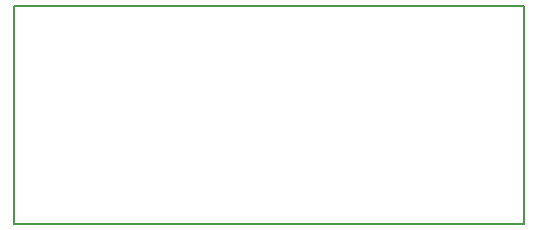
<source format=gm1>
G04 #@! TF.FileFunction,Profile,NP*
%FSLAX46Y46*%
G04 Gerber Fmt 4.6, Leading zero omitted, Abs format (unit mm)*
G04 Created by KiCad (PCBNEW 4.0.1-stable) date 2016-06-23 02:02:48*
%MOMM*%
G01*
G04 APERTURE LIST*
%ADD10C,0.100000*%
%ADD11C,0.150000*%
G04 APERTURE END LIST*
D10*
D11*
X158750000Y-92075000D02*
X158115000Y-92075000D01*
X158750000Y-110490000D02*
X158750000Y-92075000D01*
X115570000Y-110490000D02*
X158750000Y-110490000D01*
X115570000Y-109220000D02*
X115570000Y-110490000D01*
X115570000Y-92075000D02*
X115570000Y-109220000D01*
X158115000Y-92075000D02*
X115570000Y-92075000D01*
M02*

</source>
